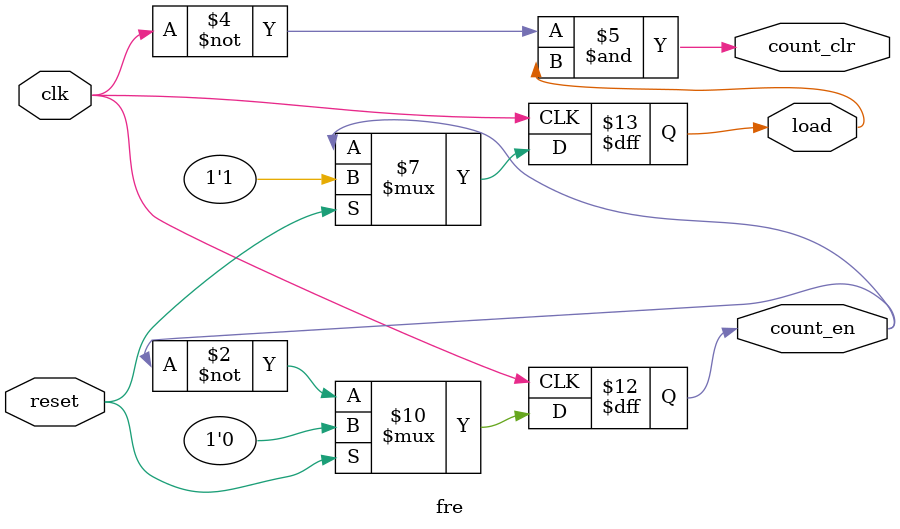
<source format=v>
module fre(clk,reset,count_en,count_clr,load);
output count_en,count_clr,load;
input clk,reset;
reg count_en,load;
always @(posedge clk) 
begin
if(reset)
begin
    count_en<=0;
    load=1; 
end
else 
begin
    count_en=~count_en;
    load=~count_en;
end 
end
assign count_clr=~clk&load;
endmodule
</source>
